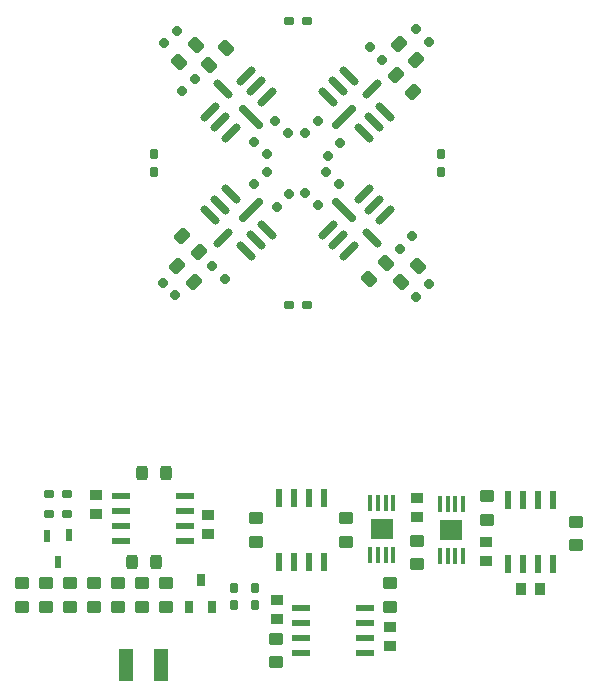
<source format=gtp>
G04*
G04 #@! TF.GenerationSoftware,Altium Limited,Altium Designer,22.9.1 (49)*
G04*
G04 Layer_Color=8421504*
%FSLAX24Y24*%
%MOIN*%
G70*
G04*
G04 #@! TF.SameCoordinates,552243BB-0F40-405C-A021-40A65FA5EEAB*
G04*
G04*
G04 #@! TF.FilePolarity,Positive*
G04*
G01*
G75*
%ADD14R,0.0453X0.1063*%
%ADD15R,0.0610X0.0236*%
%ADD16R,0.0236X0.0610*%
%ADD17R,0.0394X0.0374*%
%ADD18R,0.0374X0.0394*%
G04:AMPARAMS|DCode=19|XSize=39.4mil|YSize=49.2mil|CornerRadius=9.8mil|HoleSize=0mil|Usage=FLASHONLY|Rotation=90.000|XOffset=0mil|YOffset=0mil|HoleType=Round|Shape=RoundedRectangle|*
%AMROUNDEDRECTD19*
21,1,0.0394,0.0295,0,0,90.0*
21,1,0.0197,0.0492,0,0,90.0*
1,1,0.0197,0.0148,0.0098*
1,1,0.0197,0.0148,-0.0098*
1,1,0.0197,-0.0148,-0.0098*
1,1,0.0197,-0.0148,0.0098*
%
%ADD19ROUNDEDRECTD19*%
%ADD20R,0.0728X0.0650*%
%ADD21R,0.0177X0.0551*%
G04:AMPARAMS|DCode=22|XSize=31.5mil|YSize=29.5mil|CornerRadius=7.4mil|HoleSize=0mil|Usage=FLASHONLY|Rotation=90.000|XOffset=0mil|YOffset=0mil|HoleType=Round|Shape=RoundedRectangle|*
%AMROUNDEDRECTD22*
21,1,0.0315,0.0148,0,0,90.0*
21,1,0.0167,0.0295,0,0,90.0*
1,1,0.0148,0.0074,0.0084*
1,1,0.0148,0.0074,-0.0084*
1,1,0.0148,-0.0074,-0.0084*
1,1,0.0148,-0.0074,0.0084*
%
%ADD22ROUNDEDRECTD22*%
%ADD23R,0.0256X0.0413*%
G04:AMPARAMS|DCode=24|XSize=39.4mil|YSize=49.2mil|CornerRadius=9.8mil|HoleSize=0mil|Usage=FLASHONLY|Rotation=0.000|XOffset=0mil|YOffset=0mil|HoleType=Round|Shape=RoundedRectangle|*
%AMROUNDEDRECTD24*
21,1,0.0394,0.0295,0,0,0.0*
21,1,0.0197,0.0492,0,0,0.0*
1,1,0.0197,0.0098,-0.0148*
1,1,0.0197,-0.0098,-0.0148*
1,1,0.0197,-0.0098,0.0148*
1,1,0.0197,0.0098,0.0148*
%
%ADD24ROUNDEDRECTD24*%
%ADD25R,0.0217X0.0433*%
G04:AMPARAMS|DCode=26|XSize=31.5mil|YSize=29.5mil|CornerRadius=7.4mil|HoleSize=0mil|Usage=FLASHONLY|Rotation=180.000|XOffset=0mil|YOffset=0mil|HoleType=Round|Shape=RoundedRectangle|*
%AMROUNDEDRECTD26*
21,1,0.0315,0.0148,0,0,180.0*
21,1,0.0167,0.0295,0,0,180.0*
1,1,0.0148,-0.0084,0.0074*
1,1,0.0148,0.0084,0.0074*
1,1,0.0148,0.0084,-0.0074*
1,1,0.0148,-0.0084,-0.0074*
%
%ADD26ROUNDEDRECTD26*%
G04:AMPARAMS|DCode=27|XSize=39.4mil|YSize=49.2mil|CornerRadius=9.8mil|HoleSize=0mil|Usage=FLASHONLY|Rotation=315.000|XOffset=0mil|YOffset=0mil|HoleType=Round|Shape=RoundedRectangle|*
%AMROUNDEDRECTD27*
21,1,0.0394,0.0295,0,0,315.0*
21,1,0.0197,0.0492,0,0,315.0*
1,1,0.0197,-0.0035,-0.0174*
1,1,0.0197,-0.0174,-0.0035*
1,1,0.0197,0.0035,0.0174*
1,1,0.0197,0.0174,0.0035*
%
%ADD27ROUNDEDRECTD27*%
G04:AMPARAMS|DCode=28|XSize=31.5mil|YSize=29.5mil|CornerRadius=7.4mil|HoleSize=0mil|Usage=FLASHONLY|Rotation=315.000|XOffset=0mil|YOffset=0mil|HoleType=Round|Shape=RoundedRectangle|*
%AMROUNDEDRECTD28*
21,1,0.0315,0.0148,0,0,315.0*
21,1,0.0167,0.0295,0,0,315.0*
1,1,0.0148,0.0007,-0.0111*
1,1,0.0148,-0.0111,0.0007*
1,1,0.0148,-0.0007,0.0111*
1,1,0.0148,0.0111,-0.0007*
%
%ADD28ROUNDEDRECTD28*%
G04:AMPARAMS|DCode=29|XSize=31.5mil|YSize=29.5mil|CornerRadius=7.4mil|HoleSize=0mil|Usage=FLASHONLY|Rotation=45.000|XOffset=0mil|YOffset=0mil|HoleType=Round|Shape=RoundedRectangle|*
%AMROUNDEDRECTD29*
21,1,0.0315,0.0148,0,0,45.0*
21,1,0.0167,0.0295,0,0,45.0*
1,1,0.0148,0.0111,0.0007*
1,1,0.0148,-0.0007,-0.0111*
1,1,0.0148,-0.0111,-0.0007*
1,1,0.0148,0.0007,0.0111*
%
%ADD29ROUNDEDRECTD29*%
G04:AMPARAMS|DCode=30|XSize=39.4mil|YSize=49.2mil|CornerRadius=9.8mil|HoleSize=0mil|Usage=FLASHONLY|Rotation=45.000|XOffset=0mil|YOffset=0mil|HoleType=Round|Shape=RoundedRectangle|*
%AMROUNDEDRECTD30*
21,1,0.0394,0.0295,0,0,45.0*
21,1,0.0197,0.0492,0,0,45.0*
1,1,0.0197,0.0174,-0.0035*
1,1,0.0197,0.0035,-0.0174*
1,1,0.0197,-0.0174,0.0035*
1,1,0.0197,-0.0035,0.0174*
%
%ADD30ROUNDEDRECTD30*%
G04:AMPARAMS|DCode=31|XSize=27.6mil|YSize=103.5mil|CornerRadius=0mil|HoleSize=0mil|Usage=FLASHONLY|Rotation=45.000|XOffset=0mil|YOffset=0mil|HoleType=Round|Shape=Round|*
%AMOVALD31*
21,1,0.0760,0.0276,0.0000,0.0000,135.0*
1,1,0.0276,0.0269,-0.0269*
1,1,0.0276,-0.0269,0.0269*
%
%ADD31OVALD31*%

G04:AMPARAMS|DCode=32|XSize=27.6mil|YSize=78.7mil|CornerRadius=0mil|HoleSize=0mil|Usage=FLASHONLY|Rotation=135.000|XOffset=0mil|YOffset=0mil|HoleType=Round|Shape=Round|*
%AMOVALD32*
21,1,0.0512,0.0276,0.0000,0.0000,225.0*
1,1,0.0276,0.0181,0.0181*
1,1,0.0276,-0.0181,-0.0181*
%
%ADD32OVALD32*%

G04:AMPARAMS|DCode=33|XSize=27.6mil|YSize=78.7mil|CornerRadius=0mil|HoleSize=0mil|Usage=FLASHONLY|Rotation=45.000|XOffset=0mil|YOffset=0mil|HoleType=Round|Shape=Round|*
%AMOVALD33*
21,1,0.0512,0.0276,0.0000,0.0000,135.0*
1,1,0.0276,0.0181,-0.0181*
1,1,0.0276,-0.0181,0.0181*
%
%ADD33OVALD33*%

G04:AMPARAMS|DCode=34|XSize=27.6mil|YSize=103.5mil|CornerRadius=0mil|HoleSize=0mil|Usage=FLASHONLY|Rotation=135.000|XOffset=0mil|YOffset=0mil|HoleType=Round|Shape=Round|*
%AMOVALD34*
21,1,0.0760,0.0276,0.0000,0.0000,225.0*
1,1,0.0276,0.0269,0.0269*
1,1,0.0276,-0.0269,-0.0269*
%
%ADD34OVALD34*%

D14*
X-5741Y-16750D02*
D03*
X-4559D02*
D03*
D15*
X87Y-14850D02*
D03*
Y-15350D02*
D03*
Y-15850D02*
D03*
Y-16350D02*
D03*
X2213Y-14850D02*
D03*
Y-15350D02*
D03*
Y-15850D02*
D03*
Y-16350D02*
D03*
X-5913Y-11100D02*
D03*
Y-11600D02*
D03*
Y-12100D02*
D03*
Y-12600D02*
D03*
X-3787Y-11100D02*
D03*
Y-11600D02*
D03*
Y-12100D02*
D03*
Y-12600D02*
D03*
D16*
X858Y-11179D02*
D03*
X358D02*
D03*
X-142D02*
D03*
X-642D02*
D03*
X858Y-13305D02*
D03*
X358D02*
D03*
X-142D02*
D03*
X-642D02*
D03*
X8508Y-11229D02*
D03*
X8008D02*
D03*
X7508D02*
D03*
X7008D02*
D03*
X8508Y-13355D02*
D03*
X8008D02*
D03*
X7508D02*
D03*
X7008D02*
D03*
D17*
X6250Y-13265D02*
D03*
Y-12635D02*
D03*
X3050Y-16115D02*
D03*
Y-15485D02*
D03*
X-700Y-15215D02*
D03*
Y-14585D02*
D03*
X3958Y-11177D02*
D03*
Y-11807D02*
D03*
X-6750Y-11085D02*
D03*
Y-11715D02*
D03*
X-3000Y-11735D02*
D03*
Y-12365D02*
D03*
D18*
X7435Y-14200D02*
D03*
X8065D02*
D03*
D19*
X-750Y-15856D02*
D03*
Y-16644D02*
D03*
X3050Y-14794D02*
D03*
Y-14006D02*
D03*
X3958Y-13386D02*
D03*
Y-12598D02*
D03*
X1608Y-12636D02*
D03*
Y-11848D02*
D03*
X-1392Y-12629D02*
D03*
Y-11842D02*
D03*
X9250Y-12744D02*
D03*
Y-11956D02*
D03*
X6300Y-11894D02*
D03*
Y-11106D02*
D03*
X-6800Y-14006D02*
D03*
Y-14794D02*
D03*
X-6000Y-14006D02*
D03*
Y-14794D02*
D03*
X-5200Y-14000D02*
D03*
Y-14787D02*
D03*
X-4400Y-14006D02*
D03*
Y-14794D02*
D03*
X-9200Y-14006D02*
D03*
Y-14794D02*
D03*
X-8400Y-14006D02*
D03*
Y-14794D02*
D03*
X-7600Y-14013D02*
D03*
Y-14800D02*
D03*
D20*
X5108Y-12242D02*
D03*
X2790Y-12212D02*
D03*
D21*
X4724Y-11376D02*
D03*
X4980D02*
D03*
X5236D02*
D03*
X5492D02*
D03*
Y-13108D02*
D03*
X5236D02*
D03*
X4980D02*
D03*
X4724D02*
D03*
X2406Y-11346D02*
D03*
X2662D02*
D03*
X2918D02*
D03*
X3173D02*
D03*
Y-13079D02*
D03*
X2918D02*
D03*
X2662D02*
D03*
X2406D02*
D03*
D22*
X-1450Y-14155D02*
D03*
Y-14745D02*
D03*
X-2150D02*
D03*
Y-14155D02*
D03*
X4750Y-295D02*
D03*
Y295D02*
D03*
X-4800D02*
D03*
Y-295D02*
D03*
D23*
X-3624Y-14803D02*
D03*
X-2876D02*
D03*
X-3250Y-13897D02*
D03*
D24*
X-4406Y-10350D02*
D03*
X-5194D02*
D03*
X-4756Y-13300D02*
D03*
X-5544D02*
D03*
D25*
X-7626Y-12409D02*
D03*
X-8374Y-12429D02*
D03*
X-8000Y-13299D02*
D03*
D26*
X-8295Y-11700D02*
D03*
X-7705D02*
D03*
X-8295Y-11050D02*
D03*
X-7705D02*
D03*
X295Y-4750D02*
D03*
X-295D02*
D03*
Y4724D02*
D03*
X295D02*
D03*
D27*
X-3322Y-2978D02*
D03*
X-3878Y-2422D02*
D03*
X3928Y3422D02*
D03*
X3372Y3978D02*
D03*
X3272Y2928D02*
D03*
X3828Y2372D02*
D03*
X-4028Y-3422D02*
D03*
X-3472Y-3978D02*
D03*
D28*
X-1041Y291D02*
D03*
X-1459Y709D02*
D03*
X941Y-291D02*
D03*
X1359Y-709D02*
D03*
X-341Y991D02*
D03*
X-759Y1409D02*
D03*
X3941Y4459D02*
D03*
X4359Y4041D02*
D03*
X-4091Y-4409D02*
D03*
X-4509Y-3991D02*
D03*
X241Y-991D02*
D03*
X659Y-1409D02*
D03*
X2391Y3859D02*
D03*
X2809Y3441D02*
D03*
X-2441Y-3859D02*
D03*
X-2859Y-3441D02*
D03*
D29*
X-291Y-1041D02*
D03*
X-709Y-1459D02*
D03*
X241Y991D02*
D03*
X659Y1409D02*
D03*
X-4459Y3991D02*
D03*
X-4041Y4409D02*
D03*
X991Y241D02*
D03*
X1409Y659D02*
D03*
X4359Y-4041D02*
D03*
X3941Y-4459D02*
D03*
X-1041Y-291D02*
D03*
X-1459Y-709D02*
D03*
X-3859Y2391D02*
D03*
X-3441Y2809D02*
D03*
X3391Y-2859D02*
D03*
X3809Y-2441D02*
D03*
D30*
X-3422Y3928D02*
D03*
X-3978Y3372D02*
D03*
X3422Y-3978D02*
D03*
X3978Y-3422D02*
D03*
X2928Y-3322D02*
D03*
X2372Y-3878D02*
D03*
X-2978Y3272D02*
D03*
X-2422Y3828D02*
D03*
D31*
X1511Y-1561D02*
D03*
X-1574Y1524D02*
D03*
D32*
X2182Y-1035D02*
D03*
X2536Y-1388D02*
D03*
X2889Y-1742D02*
D03*
X1692Y-2939D02*
D03*
X1338Y-2586D02*
D03*
X985Y-2232D02*
D03*
X2452Y2465D02*
D03*
X-2245Y998D02*
D03*
X-2599Y1351D02*
D03*
X-2952Y1705D02*
D03*
X-1755Y2902D02*
D03*
X-1401Y2549D02*
D03*
X-1048Y2195D02*
D03*
X-2515Y-2502D02*
D03*
D33*
X2452D02*
D03*
X985Y2195D02*
D03*
X1338Y2549D02*
D03*
X1692Y2902D02*
D03*
X2889Y1705D02*
D03*
X2536Y1351D02*
D03*
X2182Y998D02*
D03*
X-2515Y2465D02*
D03*
X-1048Y-2232D02*
D03*
X-1401Y-2586D02*
D03*
X-1755Y-2939D02*
D03*
X-2952Y-1742D02*
D03*
X-2599Y-1388D02*
D03*
X-2245Y-1035D02*
D03*
D34*
X1511Y1524D02*
D03*
X-1574Y-1561D02*
D03*
M02*

</source>
